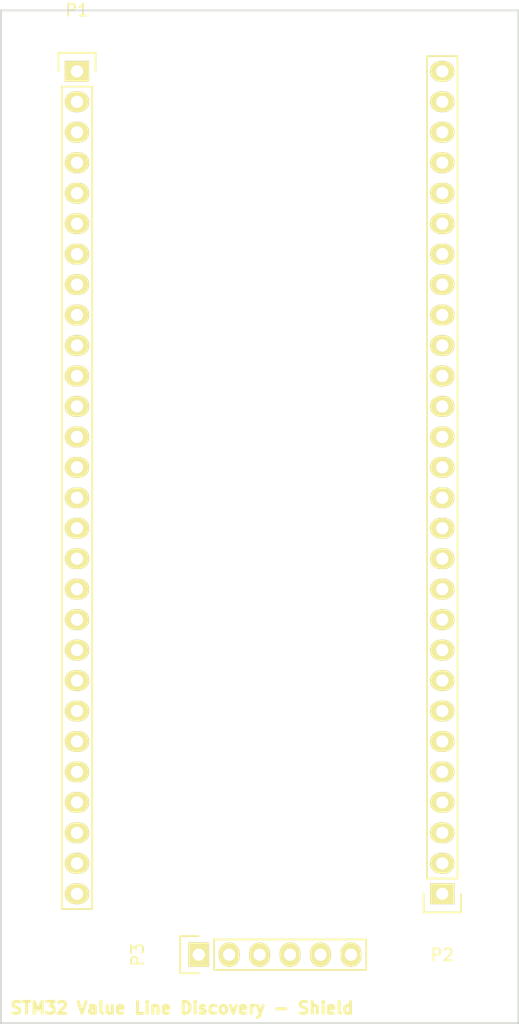
<source format=kicad_pcb>
(kicad_pcb (version 4) (host pcbnew 4.0.5)

  (general
    (links 3)
    (no_connects 3)
    (area 32.945069 34.215069 76.274931 118.819931)
    (thickness 1.6002)
    (drawings 5)
    (tracks 0)
    (zones 0)
    (modules 3)
    (nets 2)
  )

  (page A3)
  (title_block
    (title "STM32 Value Line Discovery - Shiled board")
    (rev 1.0)
  )

  (layers
    (0 F.Cu signal)
    (31 B.Cu signal)
    (32 B.Adhes user)
    (33 F.Adhes user)
    (34 B.Paste user)
    (35 F.Paste user)
    (36 B.SilkS user)
    (37 F.SilkS user)
    (38 B.Mask user)
    (39 F.Mask user)
    (40 Dwgs.User user)
    (41 Cmts.User user)
    (42 Eco1.User user)
    (43 Eco2.User user)
    (44 Edge.Cuts user)
  )

  (setup
    (last_trace_width 0.254)
    (trace_clearance 0.254)
    (zone_clearance 0.508)
    (zone_45_only no)
    (trace_min 0.254)
    (segment_width 0.20066)
    (edge_width 0.14986)
    (via_size 0.889)
    (via_drill 0.635)
    (via_min_size 0.889)
    (via_min_drill 0.508)
    (uvia_size 0.508)
    (uvia_drill 0.127)
    (uvias_allowed no)
    (uvia_min_size 0.508)
    (uvia_min_drill 0.127)
    (pcb_text_width 0.29972)
    (pcb_text_size 1.00076 1.00076)
    (mod_edge_width 0.14986)
    (mod_text_size 1.00076 1.00076)
    (mod_text_width 0.14986)
    (pad_size 1.00076 1.00076)
    (pad_drill 0.59944)
    (pad_to_mask_clearance 0)
    (aux_axis_origin 0 0)
    (visible_elements 7FFFFFFF)
    (pcbplotparams
      (layerselection 0x00030_80000001)
      (usegerberextensions true)
      (excludeedgelayer true)
      (linewidth 0.150000)
      (plotframeref false)
      (viasonmask false)
      (mode 1)
      (useauxorigin false)
      (hpglpennumber 1)
      (hpglpenspeed 20)
      (hpglpendiameter 15)
      (hpglpenoverlay 2)
      (psnegative false)
      (psa4output false)
      (plotreference true)
      (plotvalue true)
      (plotinvisibletext false)
      (padsonsilk false)
      (subtractmaskfromsilk false)
      (outputformat 1)
      (mirror false)
      (drillshape 1)
      (scaleselection 1)
      (outputdirectory ""))
  )

  (net 0 "")
  (net 1 GND)

  (net_class Default "To jest domyślna klasa połączeń."
    (clearance 0.254)
    (trace_width 0.254)
    (via_dia 0.889)
    (via_drill 0.635)
    (uvia_dia 0.508)
    (uvia_drill 0.127)
    (add_net GND)
  )

  (module Pin_Headers:Pin_Header_Straight_1x28 locked (layer F.Cu) (tedit 0) (tstamp 50827CA8)
    (at 69.85 107.95 180)
    (descr "Through hole pin header")
    (tags "pin header")
    (path /50827286)
    (fp_text reference P2 (at 0 -5.1 180) (layer F.SilkS)
      (effects (font (size 1 1) (thickness 0.15)))
    )
    (fp_text value CONN28 (at 0 -3.1 180) (layer F.Fab)
      (effects (font (size 1 1) (thickness 0.15)))
    )
    (fp_line (start -1.75 -1.75) (end -1.75 70.35) (layer F.CrtYd) (width 0.05))
    (fp_line (start 1.75 -1.75) (end 1.75 70.35) (layer F.CrtYd) (width 0.05))
    (fp_line (start -1.75 -1.75) (end 1.75 -1.75) (layer F.CrtYd) (width 0.05))
    (fp_line (start -1.75 70.35) (end 1.75 70.35) (layer F.CrtYd) (width 0.05))
    (fp_line (start -1.27 1.27) (end -1.27 69.85) (layer F.SilkS) (width 0.15))
    (fp_line (start -1.27 69.85) (end 1.27 69.85) (layer F.SilkS) (width 0.15))
    (fp_line (start 1.27 69.85) (end 1.27 1.27) (layer F.SilkS) (width 0.15))
    (fp_line (start 1.55 -1.55) (end 1.55 0) (layer F.SilkS) (width 0.15))
    (fp_line (start 1.27 1.27) (end -1.27 1.27) (layer F.SilkS) (width 0.15))
    (fp_line (start -1.55 0) (end -1.55 -1.55) (layer F.SilkS) (width 0.15))
    (fp_line (start -1.55 -1.55) (end 1.55 -1.55) (layer F.SilkS) (width 0.15))
    (pad 1 thru_hole rect (at 0 0 180) (size 2.032 1.7272) (drill 1.016) (layers *.Cu *.Mask F.SilkS)
      (net 1 GND))
    (pad 2 thru_hole oval (at 0 2.54 180) (size 2.032 1.7272) (drill 1.016) (layers *.Cu *.Mask F.SilkS))
    (pad 3 thru_hole oval (at 0 5.08 180) (size 2.032 1.7272) (drill 1.016) (layers *.Cu *.Mask F.SilkS))
    (pad 4 thru_hole oval (at 0 7.62 180) (size 2.032 1.7272) (drill 1.016) (layers *.Cu *.Mask F.SilkS))
    (pad 5 thru_hole oval (at 0 10.16 180) (size 2.032 1.7272) (drill 1.016) (layers *.Cu *.Mask F.SilkS))
    (pad 6 thru_hole oval (at 0 12.7 180) (size 2.032 1.7272) (drill 1.016) (layers *.Cu *.Mask F.SilkS))
    (pad 7 thru_hole oval (at 0 15.24 180) (size 2.032 1.7272) (drill 1.016) (layers *.Cu *.Mask F.SilkS))
    (pad 8 thru_hole oval (at 0 17.78 180) (size 2.032 1.7272) (drill 1.016) (layers *.Cu *.Mask F.SilkS))
    (pad 9 thru_hole oval (at 0 20.32 180) (size 2.032 1.7272) (drill 1.016) (layers *.Cu *.Mask F.SilkS))
    (pad 10 thru_hole oval (at 0 22.86 180) (size 2.032 1.7272) (drill 1.016) (layers *.Cu *.Mask F.SilkS))
    (pad 11 thru_hole oval (at 0 25.4 180) (size 2.032 1.7272) (drill 1.016) (layers *.Cu *.Mask F.SilkS))
    (pad 12 thru_hole oval (at 0 27.94 180) (size 2.032 1.7272) (drill 1.016) (layers *.Cu *.Mask F.SilkS))
    (pad 13 thru_hole oval (at 0 30.48 180) (size 2.032 1.7272) (drill 1.016) (layers *.Cu *.Mask F.SilkS))
    (pad 14 thru_hole oval (at 0 33.02 180) (size 2.032 1.7272) (drill 1.016) (layers *.Cu *.Mask F.SilkS))
    (pad 15 thru_hole oval (at 0 35.56 180) (size 2.032 1.7272) (drill 1.016) (layers *.Cu *.Mask F.SilkS))
    (pad 16 thru_hole oval (at 0 38.1 180) (size 2.032 1.7272) (drill 1.016) (layers *.Cu *.Mask F.SilkS))
    (pad 17 thru_hole oval (at 0 40.64 180) (size 2.032 1.7272) (drill 1.016) (layers *.Cu *.Mask F.SilkS))
    (pad 18 thru_hole oval (at 0 43.18 180) (size 2.032 1.7272) (drill 1.016) (layers *.Cu *.Mask F.SilkS))
    (pad 19 thru_hole oval (at 0 45.72 180) (size 2.032 1.7272) (drill 1.016) (layers *.Cu *.Mask F.SilkS))
    (pad 20 thru_hole oval (at 0 48.26 180) (size 2.032 1.7272) (drill 1.016) (layers *.Cu *.Mask F.SilkS))
    (pad 21 thru_hole oval (at 0 50.8 180) (size 2.032 1.7272) (drill 1.016) (layers *.Cu *.Mask F.SilkS))
    (pad 22 thru_hole oval (at 0 53.34 180) (size 2.032 1.7272) (drill 1.016) (layers *.Cu *.Mask F.SilkS))
    (pad 23 thru_hole oval (at 0 55.88 180) (size 2.032 1.7272) (drill 1.016) (layers *.Cu *.Mask F.SilkS))
    (pad 24 thru_hole oval (at 0 58.42 180) (size 2.032 1.7272) (drill 1.016) (layers *.Cu *.Mask F.SilkS))
    (pad 25 thru_hole oval (at 0 60.96 180) (size 2.032 1.7272) (drill 1.016) (layers *.Cu *.Mask F.SilkS))
    (pad 26 thru_hole oval (at 0 63.5 180) (size 2.032 1.7272) (drill 1.016) (layers *.Cu *.Mask F.SilkS))
    (pad 27 thru_hole oval (at 0 66.04 180) (size 2.032 1.7272) (drill 1.016) (layers *.Cu *.Mask F.SilkS))
    (pad 28 thru_hole oval (at 0 68.58 180) (size 2.032 1.7272) (drill 1.016) (layers *.Cu *.Mask F.SilkS)
      (net 1 GND))
    (model Pin_Headers.3dshapes/Pin_Header_Straight_1x28.wrl
      (at (xyz 0 -1.35 0))
      (scale (xyz 1 1 1))
      (rotate (xyz 0 0 90))
    )
  )

  (module Pin_Headers:Pin_Header_Straight_1x28 locked (layer F.Cu) (tedit 0) (tstamp 50827C84)
    (at 39.37 39.37)
    (descr "Through hole pin header")
    (tags "pin header")
    (path /50827277)
    (fp_text reference P1 (at 0 -5.1) (layer F.SilkS)
      (effects (font (size 1 1) (thickness 0.15)))
    )
    (fp_text value CONN28 (at 0 -3.1) (layer F.Fab)
      (effects (font (size 1 1) (thickness 0.15)))
    )
    (fp_line (start -1.75 -1.75) (end -1.75 70.35) (layer F.CrtYd) (width 0.05))
    (fp_line (start 1.75 -1.75) (end 1.75 70.35) (layer F.CrtYd) (width 0.05))
    (fp_line (start -1.75 -1.75) (end 1.75 -1.75) (layer F.CrtYd) (width 0.05))
    (fp_line (start -1.75 70.35) (end 1.75 70.35) (layer F.CrtYd) (width 0.05))
    (fp_line (start -1.27 1.27) (end -1.27 69.85) (layer F.SilkS) (width 0.15))
    (fp_line (start -1.27 69.85) (end 1.27 69.85) (layer F.SilkS) (width 0.15))
    (fp_line (start 1.27 69.85) (end 1.27 1.27) (layer F.SilkS) (width 0.15))
    (fp_line (start 1.55 -1.55) (end 1.55 0) (layer F.SilkS) (width 0.15))
    (fp_line (start 1.27 1.27) (end -1.27 1.27) (layer F.SilkS) (width 0.15))
    (fp_line (start -1.55 0) (end -1.55 -1.55) (layer F.SilkS) (width 0.15))
    (fp_line (start -1.55 -1.55) (end 1.55 -1.55) (layer F.SilkS) (width 0.15))
    (pad 1 thru_hole rect (at 0 0) (size 2.032 1.7272) (drill 1.016) (layers *.Cu *.Mask F.SilkS)
      (net 1 GND))
    (pad 2 thru_hole oval (at 0 2.54) (size 2.032 1.7272) (drill 1.016) (layers *.Cu *.Mask F.SilkS))
    (pad 3 thru_hole oval (at 0 5.08) (size 2.032 1.7272) (drill 1.016) (layers *.Cu *.Mask F.SilkS))
    (pad 4 thru_hole oval (at 0 7.62) (size 2.032 1.7272) (drill 1.016) (layers *.Cu *.Mask F.SilkS))
    (pad 5 thru_hole oval (at 0 10.16) (size 2.032 1.7272) (drill 1.016) (layers *.Cu *.Mask F.SilkS))
    (pad 6 thru_hole oval (at 0 12.7) (size 2.032 1.7272) (drill 1.016) (layers *.Cu *.Mask F.SilkS))
    (pad 7 thru_hole oval (at 0 15.24) (size 2.032 1.7272) (drill 1.016) (layers *.Cu *.Mask F.SilkS))
    (pad 8 thru_hole oval (at 0 17.78) (size 2.032 1.7272) (drill 1.016) (layers *.Cu *.Mask F.SilkS))
    (pad 9 thru_hole oval (at 0 20.32) (size 2.032 1.7272) (drill 1.016) (layers *.Cu *.Mask F.SilkS))
    (pad 10 thru_hole oval (at 0 22.86) (size 2.032 1.7272) (drill 1.016) (layers *.Cu *.Mask F.SilkS))
    (pad 11 thru_hole oval (at 0 25.4) (size 2.032 1.7272) (drill 1.016) (layers *.Cu *.Mask F.SilkS))
    (pad 12 thru_hole oval (at 0 27.94) (size 2.032 1.7272) (drill 1.016) (layers *.Cu *.Mask F.SilkS))
    (pad 13 thru_hole oval (at 0 30.48) (size 2.032 1.7272) (drill 1.016) (layers *.Cu *.Mask F.SilkS))
    (pad 14 thru_hole oval (at 0 33.02) (size 2.032 1.7272) (drill 1.016) (layers *.Cu *.Mask F.SilkS))
    (pad 15 thru_hole oval (at 0 35.56) (size 2.032 1.7272) (drill 1.016) (layers *.Cu *.Mask F.SilkS))
    (pad 16 thru_hole oval (at 0 38.1) (size 2.032 1.7272) (drill 1.016) (layers *.Cu *.Mask F.SilkS))
    (pad 17 thru_hole oval (at 0 40.64) (size 2.032 1.7272) (drill 1.016) (layers *.Cu *.Mask F.SilkS))
    (pad 18 thru_hole oval (at 0 43.18) (size 2.032 1.7272) (drill 1.016) (layers *.Cu *.Mask F.SilkS))
    (pad 19 thru_hole oval (at 0 45.72) (size 2.032 1.7272) (drill 1.016) (layers *.Cu *.Mask F.SilkS))
    (pad 20 thru_hole oval (at 0 48.26) (size 2.032 1.7272) (drill 1.016) (layers *.Cu *.Mask F.SilkS))
    (pad 21 thru_hole oval (at 0 50.8) (size 2.032 1.7272) (drill 1.016) (layers *.Cu *.Mask F.SilkS))
    (pad 22 thru_hole oval (at 0 53.34) (size 2.032 1.7272) (drill 1.016) (layers *.Cu *.Mask F.SilkS))
    (pad 23 thru_hole oval (at 0 55.88) (size 2.032 1.7272) (drill 1.016) (layers *.Cu *.Mask F.SilkS))
    (pad 24 thru_hole oval (at 0 58.42) (size 2.032 1.7272) (drill 1.016) (layers *.Cu *.Mask F.SilkS))
    (pad 25 thru_hole oval (at 0 60.96) (size 2.032 1.7272) (drill 1.016) (layers *.Cu *.Mask F.SilkS))
    (pad 26 thru_hole oval (at 0 63.5) (size 2.032 1.7272) (drill 1.016) (layers *.Cu *.Mask F.SilkS))
    (pad 27 thru_hole oval (at 0 66.04) (size 2.032 1.7272) (drill 1.016) (layers *.Cu *.Mask F.SilkS))
    (pad 28 thru_hole oval (at 0 68.58) (size 2.032 1.7272) (drill 1.016) (layers *.Cu *.Mask F.SilkS)
      (net 1 GND))
    (model Pin_Headers.3dshapes/Pin_Header_Straight_1x28.wrl
      (at (xyz 0 -1.35 0))
      (scale (xyz 1 1 1))
      (rotate (xyz 0 0 90))
    )
  )

  (module Pin_Headers:Pin_Header_Straight_1x06 (layer F.Cu) (tedit 0) (tstamp 50827C60)
    (at 49.53 113.03 90)
    (descr "Through hole pin header")
    (tags "pin header")
    (path /50827295)
    (fp_text reference P3 (at 0 -5.1 90) (layer F.SilkS)
      (effects (font (size 1 1) (thickness 0.15)))
    )
    (fp_text value CONN6 (at 0 -3.1 90) (layer F.Fab)
      (effects (font (size 1 1) (thickness 0.15)))
    )
    (fp_line (start -1.75 -1.75) (end -1.75 14.45) (layer F.CrtYd) (width 0.05))
    (fp_line (start 1.75 -1.75) (end 1.75 14.45) (layer F.CrtYd) (width 0.05))
    (fp_line (start -1.75 -1.75) (end 1.75 -1.75) (layer F.CrtYd) (width 0.05))
    (fp_line (start -1.75 14.45) (end 1.75 14.45) (layer F.CrtYd) (width 0.05))
    (fp_line (start 1.27 1.27) (end 1.27 13.97) (layer F.SilkS) (width 0.15))
    (fp_line (start 1.27 13.97) (end -1.27 13.97) (layer F.SilkS) (width 0.15))
    (fp_line (start -1.27 13.97) (end -1.27 1.27) (layer F.SilkS) (width 0.15))
    (fp_line (start 1.55 -1.55) (end 1.55 0) (layer F.SilkS) (width 0.15))
    (fp_line (start 1.27 1.27) (end -1.27 1.27) (layer F.SilkS) (width 0.15))
    (fp_line (start -1.55 0) (end -1.55 -1.55) (layer F.SilkS) (width 0.15))
    (fp_line (start -1.55 -1.55) (end 1.55 -1.55) (layer F.SilkS) (width 0.15))
    (pad 1 thru_hole rect (at 0 0 90) (size 2.032 1.7272) (drill 1.016) (layers *.Cu *.Mask F.SilkS))
    (pad 2 thru_hole oval (at 0 2.54 90) (size 2.032 1.7272) (drill 1.016) (layers *.Cu *.Mask F.SilkS))
    (pad 3 thru_hole oval (at 0 5.08 90) (size 2.032 1.7272) (drill 1.016) (layers *.Cu *.Mask F.SilkS))
    (pad 4 thru_hole oval (at 0 7.62 90) (size 2.032 1.7272) (drill 1.016) (layers *.Cu *.Mask F.SilkS))
    (pad 5 thru_hole oval (at 0 10.16 90) (size 2.032 1.7272) (drill 1.016) (layers *.Cu *.Mask F.SilkS))
    (pad 6 thru_hole oval (at 0 12.7 90) (size 2.032 1.7272) (drill 1.016) (layers *.Cu *.Mask F.SilkS))
    (model Pin_Headers.3dshapes/Pin_Header_Straight_1x06.wrl
      (at (xyz 0 -0.25 0))
      (scale (xyz 1 1 1))
      (rotate (xyz 0 0 90))
    )
  )

  (gr_text "STM32 Value Line Discovery - Shield" (at 48.133 117.475) (layer F.SilkS)
    (effects (font (size 1.00076 1.00076) (thickness 0.25146)))
  )
  (gr_line (start 33.02 34.29) (end 33.02 118.745) (angle 90) (layer Edge.Cuts) (width 0.14986))
  (gr_line (start 76.2 118.745) (end 76.2 34.29) (angle 90) (layer Edge.Cuts) (width 0.14986))
  (gr_line (start 76.2 118.745) (end 33.02 118.745) (angle 90) (layer Edge.Cuts) (width 0.14986))
  (gr_line (start 33.02 34.29) (end 76.2 34.29) (angle 90) (layer Edge.Cuts) (width 0.14986))

  (zone (net 1) (net_name GND) (layer B.Cu) (tstamp 50827DC8) (hatch edge 0.508)
    (connect_pads (clearance 0.508))
    (min_thickness 0.254)
    (fill (arc_segments 16) (thermal_gap 0.508) (thermal_bridge_width 0.889))
    (polygon
      (pts
        (xy 76.073 118.618) (xy 33.147 118.618) (xy 33.147 34.417) (xy 76.073 34.417)
      )
    )
  )
)

</source>
